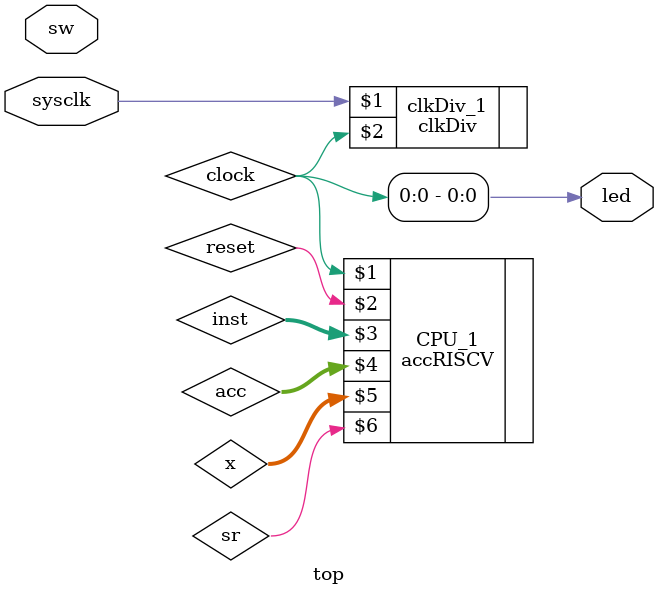
<source format=v>
`timescale 1ns / 1ps



module top(
    input sysclk,
    output [3:0] led,
    input [3:0] sw
);

    wire clock;
    wire reset;
    wire [31:0] inst;
    wire [31:0] acc;
    wire [31:0] x;
    wire sr;
    
    
    clkDiv clkDiv_1(sysclk, clock);
    accRISCV CPU_1(clock, reset, inst, acc, x, sr);
    assign led[0] = clock;
endmodule

</source>
